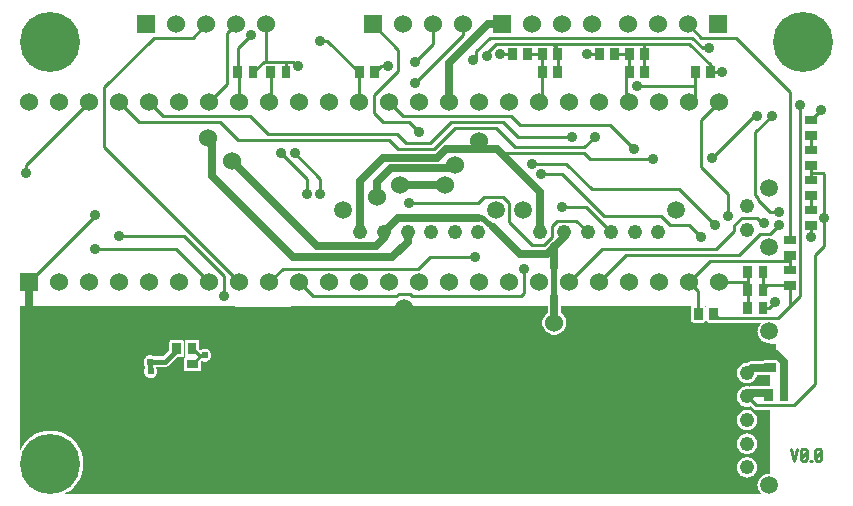
<source format=gbr>
G04 start of page 2 for group 0 idx 0 *
G04 Title: control, top *
G04 Creator: pcb 20140316 *
G04 CreationDate: Thu 08 Jun 2017 03:46:08 AM GMT UTC *
G04 For: brian *
G04 Format: Gerber/RS-274X *
G04 PCB-Dimensions (mil): 6000.00 5000.00 *
G04 PCB-Coordinate-Origin: lower left *
%MOIN*%
%FSLAX25Y25*%
%LNTOP*%
%ADD28C,0.1770*%
%ADD27C,0.0437*%
%ADD26C,0.0279*%
%ADD25C,0.0380*%
%ADD24C,0.0350*%
%ADD23C,0.0118*%
%ADD22C,0.0360*%
%ADD21C,0.0238*%
%ADD20R,0.0295X0.0295*%
%ADD19C,0.2000*%
%ADD18C,0.0597*%
%ADD17C,0.0480*%
%ADD16C,0.0600*%
%ADD15C,0.0200*%
%ADD14C,0.0250*%
%ADD13C,0.0100*%
%ADD12C,0.0150*%
%ADD11C,0.0001*%
G54D11*G36*
X151200Y118400D02*Y129100D01*
X176700D01*
Y118400D01*
X151200D01*
G37*
G36*
X139100D02*X130200D01*
Y124700D01*
X139100D01*
Y118400D01*
G37*
G36*
X323212Y96029D02*X323217Y96029D01*
X323750Y96071D01*
X324270Y96196D01*
X324317Y96215D01*
X325052Y95481D01*
X325090Y95436D01*
X325270Y95283D01*
X325471Y95159D01*
X325689Y95069D01*
X325919Y95014D01*
X326154Y94995D01*
X326213Y95000D01*
X331000D01*
Y73665D01*
X330484Y73706D01*
X329890Y73659D01*
X329311Y73520D01*
X328760Y73292D01*
X328252Y72981D01*
X327799Y72594D01*
X327412Y72141D01*
X327101Y71633D01*
X326873Y71082D01*
X326734Y70503D01*
X326687Y69909D01*
X326734Y69315D01*
X326873Y68736D01*
X327101Y68185D01*
X327412Y67677D01*
X327799Y67224D01*
X328062Y67000D01*
X323212D01*
Y72407D01*
X323217Y72407D01*
X323750Y72449D01*
X324270Y72574D01*
X324764Y72778D01*
X325220Y73058D01*
X325627Y73405D01*
X325974Y73812D01*
X326254Y74268D01*
X326458Y74762D01*
X326583Y75282D01*
X326614Y75815D01*
X326583Y76348D01*
X326458Y76868D01*
X326254Y77362D01*
X325974Y77818D01*
X325627Y78225D01*
X325220Y78572D01*
X324764Y78852D01*
X324270Y79056D01*
X323750Y79181D01*
X323217Y79223D01*
X323212Y79223D01*
Y80281D01*
X323217Y80281D01*
X323750Y80323D01*
X324270Y80448D01*
X324764Y80652D01*
X325220Y80932D01*
X325627Y81279D01*
X325974Y81686D01*
X326254Y82142D01*
X326458Y82636D01*
X326583Y83156D01*
X326614Y83689D01*
X326583Y84222D01*
X326458Y84742D01*
X326254Y85236D01*
X325974Y85692D01*
X325627Y86099D01*
X325220Y86446D01*
X324764Y86726D01*
X324270Y86930D01*
X323750Y87055D01*
X323217Y87097D01*
X323212Y87097D01*
Y88155D01*
X323217Y88155D01*
X323750Y88197D01*
X324270Y88322D01*
X324764Y88526D01*
X325220Y88806D01*
X325627Y89153D01*
X325974Y89560D01*
X326254Y90016D01*
X326458Y90510D01*
X326583Y91030D01*
X326614Y91563D01*
X326583Y92096D01*
X326458Y92616D01*
X326254Y93110D01*
X325974Y93566D01*
X325627Y93973D01*
X325220Y94320D01*
X324764Y94600D01*
X324270Y94804D01*
X323750Y94929D01*
X323217Y94971D01*
X323212Y94971D01*
Y96029D01*
G37*
G36*
Y103903D02*X323217Y103903D01*
X323750Y103945D01*
X324270Y104070D01*
X324764Y104274D01*
X325220Y104554D01*
X325627Y104901D01*
X325974Y105308D01*
X326254Y105764D01*
X326458Y106258D01*
X326562Y106691D01*
X328399D01*
X328442Y106653D01*
X328577Y106571D01*
X328722Y106511D01*
X328875Y106474D01*
X329032Y106465D01*
X331000Y106469D01*
Y102965D01*
X328808Y102959D01*
X328655Y102922D01*
X328510Y102862D01*
X328375Y102780D01*
X328341Y102750D01*
X324280D01*
X324032Y102735D01*
X323750Y102803D01*
X323217Y102845D01*
X323212Y102845D01*
Y103903D01*
G37*
G36*
Y124000D02*X328062D01*
X327799Y123776D01*
X327412Y123323D01*
X327101Y122815D01*
X326873Y122264D01*
X326734Y121685D01*
X326687Y121091D01*
X326734Y120497D01*
X326873Y119918D01*
X327101Y119367D01*
X327412Y118859D01*
X327799Y118406D01*
X328252Y118019D01*
X328760Y117708D01*
X329311Y117480D01*
X329890Y117341D01*
X330484Y117294D01*
X331000Y117335D01*
Y116531D01*
X328875Y116526D01*
X328722Y116489D01*
X328577Y116429D01*
X328442Y116347D01*
X328323Y116244D01*
X328220Y116125D01*
X328138Y115990D01*
X328078Y115845D01*
X328041Y115692D01*
X328032Y115535D01*
X328041Y112426D01*
X328078Y112273D01*
X328138Y112128D01*
X328220Y111993D01*
X328323Y111874D01*
X328442Y111771D01*
X328577Y111689D01*
X328722Y111629D01*
X328875Y111592D01*
X329032Y111583D01*
X329819Y111585D01*
X329975Y111489D01*
X330165Y111411D01*
X328875Y111408D01*
X328722Y111371D01*
X328577Y111311D01*
X328442Y111229D01*
X328398Y111191D01*
X324935D01*
X324847Y111198D01*
X324494Y111170D01*
X324149Y111087D01*
X323822Y110952D01*
X323520Y110767D01*
X323520Y110767D01*
X323443Y110701D01*
X323217Y110719D01*
X323212Y110719D01*
Y124000D01*
G37*
G36*
X249797Y129500D02*X256750D01*
Y127312D01*
X256642Y127246D01*
X256163Y126837D01*
X255754Y126358D01*
X255425Y125822D01*
X255184Y125240D01*
X255037Y124628D01*
X254988Y124000D01*
X255037Y123372D01*
X255184Y122760D01*
X255425Y122178D01*
X255754Y121642D01*
X256163Y121163D01*
X256642Y120754D01*
X257178Y120425D01*
X257760Y120184D01*
X258372Y120037D01*
X259000Y119988D01*
X259628Y120037D01*
X260240Y120184D01*
X260822Y120425D01*
X261358Y120754D01*
X261837Y121163D01*
X262246Y121642D01*
X262575Y122178D01*
X262816Y122760D01*
X262963Y123372D01*
X263000Y124000D01*
X262963Y124628D01*
X262816Y125240D01*
X262575Y125822D01*
X262246Y126358D01*
X261837Y126837D01*
X261358Y127246D01*
X261250Y127312D01*
Y129500D01*
X304618D01*
X304571Y129423D01*
X304511Y129278D01*
X304474Y129125D01*
X304465Y128968D01*
X304474Y124875D01*
X304511Y124722D01*
X304571Y124577D01*
X304653Y124442D01*
X304756Y124323D01*
X304875Y124220D01*
X305010Y124138D01*
X305155Y124078D01*
X305308Y124041D01*
X305465Y124032D01*
X308574Y124041D01*
X308727Y124078D01*
X308872Y124138D01*
X309007Y124220D01*
X309126Y124323D01*
X309229Y124442D01*
X309311Y124577D01*
X309371Y124722D01*
X309408Y124875D01*
X309417Y125032D01*
X309408Y129125D01*
X309371Y129278D01*
X309311Y129423D01*
X309264Y129500D01*
X309736D01*
X309689Y129423D01*
X309629Y129278D01*
X309592Y129125D01*
X309583Y128968D01*
X309592Y124875D01*
X309629Y124722D01*
X309689Y124577D01*
X309771Y124442D01*
X309874Y124323D01*
X309993Y124220D01*
X310128Y124138D01*
X310273Y124078D01*
X310426Y124041D01*
X310583Y124032D01*
X313216Y124040D01*
X313324Y124014D01*
X313559Y123995D01*
X313618Y124000D01*
X323212D01*
Y110719D01*
X322684Y110677D01*
X322164Y110552D01*
X321670Y110348D01*
X321214Y110068D01*
X320807Y109721D01*
X320460Y109314D01*
X320180Y108858D01*
X319976Y108364D01*
X319851Y107844D01*
X319809Y107311D01*
X319851Y106778D01*
X319976Y106258D01*
X320180Y105764D01*
X320460Y105308D01*
X320807Y104901D01*
X321214Y104554D01*
X321670Y104274D01*
X322164Y104070D01*
X322684Y103945D01*
X323212Y103903D01*
Y102845D01*
X322684Y102803D01*
X322164Y102678D01*
X321670Y102474D01*
X321214Y102194D01*
X320807Y101847D01*
X320460Y101440D01*
X320180Y100984D01*
X319976Y100490D01*
X319851Y99970D01*
X319809Y99437D01*
X319851Y98904D01*
X319976Y98384D01*
X320180Y97890D01*
X320460Y97434D01*
X320807Y97027D01*
X321214Y96680D01*
X321670Y96400D01*
X322164Y96196D01*
X322684Y96071D01*
X323212Y96029D01*
Y94971D01*
X322684Y94929D01*
X322164Y94804D01*
X321670Y94600D01*
X321214Y94320D01*
X320807Y93973D01*
X320460Y93566D01*
X320180Y93110D01*
X319976Y92616D01*
X319851Y92096D01*
X319809Y91563D01*
X319851Y91030D01*
X319976Y90510D01*
X320180Y90016D01*
X320460Y89560D01*
X320807Y89153D01*
X321214Y88806D01*
X321670Y88526D01*
X322164Y88322D01*
X322684Y88197D01*
X323212Y88155D01*
Y87097D01*
X322684Y87055D01*
X322164Y86930D01*
X321670Y86726D01*
X321214Y86446D01*
X320807Y86099D01*
X320460Y85692D01*
X320180Y85236D01*
X319976Y84742D01*
X319851Y84222D01*
X319809Y83689D01*
X319851Y83156D01*
X319976Y82636D01*
X320180Y82142D01*
X320460Y81686D01*
X320807Y81279D01*
X321214Y80932D01*
X321670Y80652D01*
X322164Y80448D01*
X322684Y80323D01*
X323212Y80281D01*
Y79223D01*
X322684Y79181D01*
X322164Y79056D01*
X321670Y78852D01*
X321214Y78572D01*
X320807Y78225D01*
X320460Y77818D01*
X320180Y77362D01*
X319976Y76868D01*
X319851Y76348D01*
X319809Y75815D01*
X319851Y75282D01*
X319976Y74762D01*
X320180Y74268D01*
X320460Y73812D01*
X320807Y73405D01*
X321214Y73058D01*
X321670Y72778D01*
X322164Y72574D01*
X322684Y72449D01*
X323212Y72407D01*
Y67000D01*
X249797D01*
Y73103D01*
X249800Y73103D01*
X250144Y73130D01*
X250479Y73210D01*
X250798Y73342D01*
X251092Y73522D01*
X251354Y73746D01*
X251578Y74008D01*
X251758Y74302D01*
X251890Y74621D01*
X251970Y74956D01*
X251991Y75300D01*
X251970Y75644D01*
X251890Y75979D01*
X251758Y76298D01*
X251578Y76592D01*
X251354Y76854D01*
X251092Y77078D01*
X250798Y77258D01*
X250479Y77390D01*
X250144Y77470D01*
X249800Y77497D01*
X249797Y77497D01*
Y129500D01*
G37*
G36*
X235697D02*X249797D01*
Y77497D01*
X249456Y77470D01*
X249121Y77390D01*
X248802Y77258D01*
X248508Y77078D01*
X248246Y76854D01*
X248022Y76592D01*
X247842Y76298D01*
X247710Y75979D01*
X247630Y75644D01*
X247603Y75300D01*
X247630Y74956D01*
X247710Y74621D01*
X247842Y74302D01*
X248022Y74008D01*
X248246Y73746D01*
X248508Y73522D01*
X248802Y73342D01*
X249121Y73210D01*
X249456Y73130D01*
X249797Y73103D01*
Y67000D01*
X244896D01*
X244998Y67042D01*
X245292Y67222D01*
X245554Y67446D01*
X245778Y67708D01*
X245958Y68002D01*
X246090Y68321D01*
X246170Y68656D01*
X246191Y69000D01*
X246170Y69344D01*
X246090Y69679D01*
X245958Y69998D01*
X245778Y70292D01*
X245554Y70554D01*
X245382Y70700D01*
X245554Y70846D01*
X245778Y71108D01*
X245958Y71402D01*
X246090Y71721D01*
X246170Y72056D01*
X246191Y72400D01*
X246170Y72744D01*
X246090Y73079D01*
X245958Y73398D01*
X245778Y73692D01*
X245554Y73954D01*
X245292Y74178D01*
X244998Y74358D01*
X244679Y74490D01*
X244344Y74570D01*
X244000Y74597D01*
X243656Y74570D01*
X243321Y74490D01*
X243002Y74358D01*
X242708Y74178D01*
X242446Y73954D01*
X242222Y73692D01*
X242042Y73398D01*
X241910Y73079D01*
X241830Y72744D01*
X241803Y72400D01*
X241830Y72056D01*
X241910Y71721D01*
X242042Y71402D01*
X242222Y71108D01*
X242446Y70846D01*
X242618Y70700D01*
X242446Y70554D01*
X242222Y70292D01*
X242042Y69998D01*
X241910Y69679D01*
X241830Y69344D01*
X241803Y69000D01*
X241830Y68656D01*
X241910Y68321D01*
X242042Y68002D01*
X242222Y67708D01*
X242446Y67446D01*
X242708Y67222D01*
X243002Y67042D01*
X243104Y67000D01*
X235697D01*
Y67203D01*
X235700Y67203D01*
X236044Y67230D01*
X236379Y67310D01*
X236698Y67442D01*
X236992Y67622D01*
X237254Y67846D01*
X237478Y68108D01*
X237658Y68402D01*
X237790Y68721D01*
X237870Y69056D01*
X237891Y69400D01*
X237870Y69744D01*
X237790Y70079D01*
X237658Y70398D01*
X237478Y70692D01*
X237254Y70954D01*
X236992Y71178D01*
X236698Y71358D01*
X236379Y71490D01*
X236044Y71570D01*
X235700Y71597D01*
X235697Y71597D01*
Y83864D01*
X235792Y83922D01*
X236054Y84146D01*
X236278Y84408D01*
X236458Y84702D01*
X236500Y84804D01*
X236542Y84702D01*
X236722Y84408D01*
X236946Y84146D01*
X237208Y83922D01*
X237502Y83742D01*
X237821Y83610D01*
X238156Y83530D01*
X238500Y83503D01*
X238844Y83530D01*
X239179Y83610D01*
X239498Y83742D01*
X239792Y83922D01*
X240054Y84146D01*
X240278Y84408D01*
X240400Y84608D01*
X240522Y84408D01*
X240746Y84146D01*
X241008Y83922D01*
X241302Y83742D01*
X241621Y83610D01*
X241956Y83530D01*
X242300Y83503D01*
X242644Y83530D01*
X242979Y83610D01*
X243298Y83742D01*
X243592Y83922D01*
X243854Y84146D01*
X244078Y84408D01*
X244258Y84702D01*
X244300Y84804D01*
X244342Y84702D01*
X244522Y84408D01*
X244746Y84146D01*
X245008Y83922D01*
X245302Y83742D01*
X245621Y83610D01*
X245956Y83530D01*
X246300Y83503D01*
X246644Y83530D01*
X246979Y83610D01*
X247298Y83742D01*
X247592Y83922D01*
X247854Y84146D01*
X248078Y84408D01*
X248258Y84702D01*
X248390Y85021D01*
X248470Y85356D01*
X248491Y85700D01*
X248470Y86044D01*
X248390Y86379D01*
X248258Y86698D01*
X248078Y86992D01*
X247854Y87254D01*
X247592Y87478D01*
X247298Y87658D01*
X246979Y87790D01*
X246644Y87870D01*
X246300Y87897D01*
X245956Y87870D01*
X245621Y87790D01*
X245302Y87658D01*
X245008Y87478D01*
X244746Y87254D01*
X244522Y86992D01*
X244342Y86698D01*
X244300Y86596D01*
X244258Y86698D01*
X244078Y86992D01*
X243854Y87254D01*
X243592Y87478D01*
X243298Y87658D01*
X242979Y87790D01*
X242644Y87870D01*
X242300Y87897D01*
X241956Y87870D01*
X241621Y87790D01*
X241302Y87658D01*
X241008Y87478D01*
X240746Y87254D01*
X240522Y86992D01*
X240400Y86792D01*
X240278Y86992D01*
X240054Y87254D01*
X239792Y87478D01*
X239498Y87658D01*
X239179Y87790D01*
X238844Y87870D01*
X238500Y87897D01*
X238156Y87870D01*
X237821Y87790D01*
X237502Y87658D01*
X237208Y87478D01*
X236946Y87254D01*
X236722Y86992D01*
X236542Y86698D01*
X236500Y86596D01*
X236458Y86698D01*
X236278Y86992D01*
X236054Y87254D01*
X235792Y87478D01*
X235697Y87536D01*
Y129500D01*
G37*
G36*
X233397Y83807D02*X233502Y83742D01*
X233821Y83610D01*
X234156Y83530D01*
X234500Y83503D01*
X234844Y83530D01*
X235179Y83610D01*
X235498Y83742D01*
X235697Y83864D01*
Y71597D01*
X235356Y71570D01*
X235021Y71490D01*
X234702Y71358D01*
X234408Y71178D01*
X234146Y70954D01*
X233922Y70692D01*
X233742Y70398D01*
X233610Y70079D01*
X233530Y69744D01*
X233503Y69400D01*
X233530Y69056D01*
X233610Y68721D01*
X233742Y68402D01*
X233922Y68108D01*
X234146Y67846D01*
X234408Y67622D01*
X234702Y67442D01*
X235021Y67310D01*
X235356Y67230D01*
X235697Y67203D01*
Y67000D01*
X233397D01*
Y78603D01*
X233400Y78603D01*
X233744Y78630D01*
X234079Y78710D01*
X234398Y78842D01*
X234692Y79022D01*
X234954Y79246D01*
X235178Y79508D01*
X235358Y79802D01*
X235490Y80121D01*
X235570Y80456D01*
X235591Y80800D01*
X235570Y81144D01*
X235490Y81479D01*
X235358Y81798D01*
X235178Y82092D01*
X234954Y82354D01*
X234692Y82578D01*
X234398Y82758D01*
X234079Y82890D01*
X233744Y82970D01*
X233400Y82997D01*
X233397Y82997D01*
Y83807D01*
G37*
G36*
Y129500D02*X235697D01*
Y87536D01*
X235498Y87658D01*
X235179Y87790D01*
X234844Y87870D01*
X234500Y87897D01*
X234156Y87870D01*
X233821Y87790D01*
X233502Y87658D01*
X233397Y87593D01*
Y129500D01*
G37*
G36*
X226697D02*X233397D01*
Y87593D01*
X233208Y87478D01*
X232946Y87254D01*
X232722Y86992D01*
X232542Y86698D01*
X232410Y86379D01*
X232330Y86044D01*
X232303Y85700D01*
X232330Y85356D01*
X232410Y85021D01*
X232542Y84702D01*
X232722Y84408D01*
X232946Y84146D01*
X233208Y83922D01*
X233397Y83807D01*
Y82997D01*
X233056Y82970D01*
X232721Y82890D01*
X232402Y82758D01*
X232108Y82578D01*
X231846Y82354D01*
X231622Y82092D01*
X231442Y81798D01*
X231310Y81479D01*
X231230Y81144D01*
X231203Y80800D01*
X231230Y80456D01*
X231310Y80121D01*
X231442Y79802D01*
X231622Y79508D01*
X231846Y79246D01*
X232108Y79022D01*
X232402Y78842D01*
X232721Y78710D01*
X233056Y78630D01*
X233397Y78603D01*
Y67000D01*
X226697D01*
Y67203D01*
X226700Y67203D01*
X227044Y67230D01*
X227379Y67310D01*
X227698Y67442D01*
X227992Y67622D01*
X228254Y67846D01*
X228478Y68108D01*
X228658Y68402D01*
X228790Y68721D01*
X228870Y69056D01*
X228891Y69400D01*
X228870Y69744D01*
X228790Y70079D01*
X228658Y70398D01*
X228478Y70692D01*
X228254Y70954D01*
X227992Y71178D01*
X227698Y71358D01*
X227379Y71490D01*
X227044Y71570D01*
X226700Y71597D01*
X226697Y71597D01*
Y72903D01*
X226700Y72903D01*
X227044Y72930D01*
X227379Y73010D01*
X227698Y73142D01*
X227992Y73322D01*
X228254Y73546D01*
X228478Y73808D01*
X228658Y74102D01*
X228790Y74421D01*
X228870Y74756D01*
X228891Y75100D01*
X228870Y75444D01*
X228790Y75779D01*
X228658Y76098D01*
X228478Y76392D01*
X228254Y76654D01*
X227992Y76878D01*
X227698Y77058D01*
X227379Y77190D01*
X227044Y77270D01*
X226700Y77297D01*
X226697Y77297D01*
Y79314D01*
X226822Y79108D01*
X227046Y78846D01*
X227308Y78622D01*
X227602Y78442D01*
X227921Y78310D01*
X228256Y78230D01*
X228600Y78203D01*
X228944Y78230D01*
X229279Y78310D01*
X229598Y78442D01*
X229892Y78622D01*
X230154Y78846D01*
X230378Y79108D01*
X230558Y79402D01*
X230690Y79721D01*
X230770Y80056D01*
X230791Y80400D01*
X230770Y80744D01*
X230690Y81079D01*
X230558Y81398D01*
X230378Y81692D01*
X230154Y81954D01*
X229892Y82178D01*
X229598Y82358D01*
X229279Y82490D01*
X228944Y82570D01*
X228600Y82597D01*
X228256Y82570D01*
X227921Y82490D01*
X227602Y82358D01*
X227308Y82178D01*
X227046Y81954D01*
X226822Y81692D01*
X226697Y81486D01*
Y129500D01*
G37*
G36*
X186497D02*X226697D01*
Y81486D01*
X226642Y81398D01*
X226510Y81079D01*
X226430Y80744D01*
X226403Y80400D01*
X226430Y80056D01*
X226510Y79721D01*
X226642Y79402D01*
X226697Y79314D01*
Y77297D01*
X226356Y77270D01*
X226021Y77190D01*
X225702Y77058D01*
X225408Y76878D01*
X225146Y76654D01*
X224922Y76392D01*
X224742Y76098D01*
X224610Y75779D01*
X224530Y75444D01*
X224503Y75100D01*
X224530Y74756D01*
X224610Y74421D01*
X224742Y74102D01*
X224922Y73808D01*
X225146Y73546D01*
X225408Y73322D01*
X225702Y73142D01*
X226021Y73010D01*
X226356Y72930D01*
X226697Y72903D01*
Y71597D01*
X226356Y71570D01*
X226021Y71490D01*
X225702Y71358D01*
X225408Y71178D01*
X225146Y70954D01*
X224922Y70692D01*
X224742Y70398D01*
X224610Y70079D01*
X224530Y69744D01*
X224503Y69400D01*
X224530Y69056D01*
X224610Y68721D01*
X224742Y68402D01*
X224922Y68108D01*
X225146Y67846D01*
X225408Y67622D01*
X225702Y67442D01*
X226021Y67310D01*
X226356Y67230D01*
X226697Y67203D01*
Y67000D01*
X186497D01*
Y111103D01*
X186721Y111010D01*
X187056Y110930D01*
X187400Y110903D01*
X187744Y110930D01*
X188079Y111010D01*
X188398Y111142D01*
X188692Y111322D01*
X188954Y111546D01*
X189178Y111808D01*
X189358Y112102D01*
X189490Y112421D01*
X189570Y112756D01*
X189590Y113100D01*
X189570Y113444D01*
X189490Y113779D01*
X189462Y113845D01*
X189698Y113942D01*
X189992Y114122D01*
X190254Y114346D01*
X190478Y114608D01*
X190658Y114902D01*
X190790Y115221D01*
X190870Y115556D01*
X190890Y115900D01*
X190870Y116244D01*
X190790Y116579D01*
X190658Y116898D01*
X190478Y117192D01*
X190300Y117400D01*
X190478Y117608D01*
X190658Y117902D01*
X190790Y118221D01*
X190870Y118556D01*
X190890Y118900D01*
X190870Y119244D01*
X190790Y119579D01*
X190658Y119898D01*
X190478Y120192D01*
X190254Y120454D01*
X189992Y120678D01*
X189698Y120858D01*
X189379Y120990D01*
X189044Y121070D01*
X188700Y121097D01*
X188356Y121070D01*
X188021Y120990D01*
X187702Y120858D01*
X187408Y120678D01*
X187146Y120454D01*
X186922Y120192D01*
X186742Y119898D01*
X186610Y119579D01*
X186530Y119244D01*
X186503Y118900D01*
X186530Y118556D01*
X186610Y118221D01*
X186742Y117902D01*
X186922Y117608D01*
X187100Y117400D01*
X186922Y117192D01*
X186742Y116898D01*
X186610Y116579D01*
X186530Y116244D01*
X186503Y115900D01*
X186530Y115556D01*
X186610Y115221D01*
X186638Y115155D01*
X186497Y115097D01*
Y129500D01*
G37*
G36*
X159697Y118511D02*X159800Y118503D01*
X160144Y118530D01*
X160479Y118610D01*
X160798Y118742D01*
X161092Y118922D01*
X161350Y119143D01*
X161608Y118922D01*
X161902Y118742D01*
X162221Y118610D01*
X162556Y118530D01*
X162900Y118503D01*
X163244Y118530D01*
X163579Y118610D01*
X163898Y118742D01*
X164192Y118922D01*
X164400Y119100D01*
X164446Y119046D01*
X164708Y118822D01*
X165002Y118642D01*
X165321Y118510D01*
X165656Y118430D01*
X166000Y118403D01*
X166344Y118430D01*
X166679Y118510D01*
X166998Y118642D01*
X167292Y118822D01*
X167554Y119046D01*
X167778Y119308D01*
X167958Y119602D01*
X168090Y119921D01*
X168170Y120256D01*
X168190Y120600D01*
X168170Y120944D01*
X168090Y121279D01*
X167958Y121598D01*
X167778Y121892D01*
X167554Y122154D01*
X167292Y122378D01*
X166998Y122558D01*
X166679Y122690D01*
X166344Y122770D01*
X166000Y122797D01*
X165656Y122770D01*
X165321Y122690D01*
X165002Y122558D01*
X164708Y122378D01*
X164500Y122200D01*
X164454Y122254D01*
X164192Y122478D01*
X163898Y122658D01*
X163579Y122790D01*
X163244Y122870D01*
X162900Y122897D01*
X162556Y122870D01*
X162221Y122790D01*
X161902Y122658D01*
X161608Y122478D01*
X161350Y122257D01*
X161092Y122478D01*
X160798Y122658D01*
X160479Y122790D01*
X160144Y122870D01*
X159800Y122897D01*
X159697Y122889D01*
Y125720D01*
X159721Y125710D01*
X160056Y125630D01*
X160400Y125603D01*
X160744Y125630D01*
X161079Y125710D01*
X161398Y125842D01*
X161692Y126022D01*
X161950Y126243D01*
X162208Y126022D01*
X162502Y125842D01*
X162821Y125710D01*
X163156Y125630D01*
X163500Y125603D01*
X163844Y125630D01*
X164179Y125710D01*
X164498Y125842D01*
X164792Y126022D01*
X165050Y126243D01*
X165308Y126022D01*
X165602Y125842D01*
X165921Y125710D01*
X166256Y125630D01*
X166600Y125603D01*
X166944Y125630D01*
X167279Y125710D01*
X167598Y125842D01*
X167892Y126022D01*
X168150Y126243D01*
X168408Y126022D01*
X168702Y125842D01*
X169012Y125714D01*
X168822Y125492D01*
X168642Y125198D01*
X168510Y124879D01*
X168430Y124544D01*
X168403Y124200D01*
X168430Y123856D01*
X168510Y123521D01*
X168642Y123202D01*
X168822Y122908D01*
X169046Y122646D01*
X169308Y122422D01*
X169602Y122242D01*
X169921Y122110D01*
X170256Y122030D01*
X170600Y122003D01*
X170944Y122030D01*
X171279Y122110D01*
X171598Y122242D01*
X171892Y122422D01*
X172010Y122523D01*
X172010Y122521D01*
X172142Y122202D01*
X172322Y121908D01*
X172546Y121646D01*
X172808Y121422D01*
X173102Y121242D01*
X173421Y121110D01*
X173756Y121030D01*
X174100Y121003D01*
X174444Y121030D01*
X174779Y121110D01*
X175098Y121242D01*
X175392Y121422D01*
X175654Y121646D01*
X175878Y121908D01*
X176058Y122202D01*
X176190Y122521D01*
X176270Y122856D01*
X176290Y123200D01*
X176270Y123544D01*
X176190Y123879D01*
X176058Y124198D01*
X175878Y124492D01*
X175654Y124754D01*
X175392Y124978D01*
X175098Y125158D01*
X174779Y125290D01*
X174444Y125370D01*
X174100Y125397D01*
X173756Y125370D01*
X173421Y125290D01*
X173102Y125158D01*
X172808Y124978D01*
X172690Y124877D01*
X172690Y124879D01*
X172558Y125198D01*
X172378Y125492D01*
X172154Y125754D01*
X171892Y125978D01*
X171598Y126158D01*
X171288Y126286D01*
X171478Y126508D01*
X171658Y126802D01*
X171790Y127121D01*
X171870Y127456D01*
X171890Y127800D01*
X171870Y128144D01*
X171790Y128479D01*
X171658Y128798D01*
X171478Y129092D01*
X171254Y129354D01*
X171082Y129500D01*
X186497D01*
Y115097D01*
X186402Y115058D01*
X186108Y114878D01*
X185846Y114654D01*
X185800Y114600D01*
X185592Y114778D01*
X185298Y114958D01*
X184979Y115090D01*
X184644Y115170D01*
X184300Y115197D01*
X183956Y115170D01*
X183621Y115090D01*
X183302Y114958D01*
X183008Y114778D01*
X182746Y114554D01*
X182522Y114292D01*
X182342Y113998D01*
X182210Y113679D01*
X182130Y113344D01*
X182103Y113000D01*
X182130Y112656D01*
X182210Y112321D01*
X182342Y112002D01*
X182522Y111708D01*
X182746Y111446D01*
X183008Y111222D01*
X183302Y111042D01*
X183621Y110910D01*
X183956Y110830D01*
X184300Y110803D01*
X184644Y110830D01*
X184979Y110910D01*
X185298Y111042D01*
X185592Y111222D01*
X185854Y111446D01*
X185900Y111500D01*
X186108Y111322D01*
X186402Y111142D01*
X186497Y111103D01*
Y67000D01*
X159697D01*
Y103651D01*
X159722Y103608D01*
X159946Y103346D01*
X160208Y103122D01*
X160502Y102942D01*
X160821Y102810D01*
X161156Y102730D01*
X161500Y102703D01*
X161844Y102730D01*
X162179Y102810D01*
X162498Y102942D01*
X162792Y103122D01*
X163054Y103346D01*
X163278Y103608D01*
X163458Y103902D01*
X163479Y103954D01*
X163542Y103802D01*
X163722Y103508D01*
X163946Y103246D01*
X164208Y103022D01*
X164502Y102842D01*
X164821Y102710D01*
X165156Y102630D01*
X165500Y102603D01*
X165844Y102630D01*
X166179Y102710D01*
X166498Y102842D01*
X166792Y103022D01*
X167054Y103246D01*
X167278Y103508D01*
X167458Y103802D01*
X167590Y104121D01*
X167670Y104456D01*
X167690Y104800D01*
X167670Y105144D01*
X167590Y105479D01*
X167458Y105798D01*
X167278Y106092D01*
X167054Y106354D01*
X166792Y106578D01*
X166498Y106758D01*
X166179Y106890D01*
X165844Y106970D01*
X165500Y106997D01*
X165156Y106970D01*
X164821Y106890D01*
X164502Y106758D01*
X164208Y106578D01*
X163946Y106354D01*
X163722Y106092D01*
X163542Y105798D01*
X163521Y105746D01*
X163458Y105898D01*
X163278Y106192D01*
X163054Y106454D01*
X162792Y106678D01*
X162498Y106858D01*
X162179Y106990D01*
X161844Y107070D01*
X161500Y107097D01*
X161156Y107070D01*
X160821Y106990D01*
X160502Y106858D01*
X160208Y106678D01*
X159946Y106454D01*
X159722Y106192D01*
X159697Y106149D01*
Y111003D01*
X159700Y111003D01*
X160044Y111030D01*
X160379Y111110D01*
X160698Y111242D01*
X160992Y111422D01*
X161254Y111646D01*
X161478Y111908D01*
X161658Y112202D01*
X161790Y112521D01*
X161870Y112856D01*
X161890Y113200D01*
X161870Y113544D01*
X161790Y113879D01*
X161658Y114198D01*
X161478Y114492D01*
X161254Y114754D01*
X160992Y114978D01*
X160698Y115158D01*
X160379Y115290D01*
X160044Y115370D01*
X159700Y115397D01*
X159697Y115397D01*
Y118511D01*
G37*
G36*
Y122889D02*X159456Y122870D01*
X159121Y122790D01*
X158802Y122658D01*
X158508Y122478D01*
X158250Y122257D01*
X157992Y122478D01*
X157698Y122658D01*
X157379Y122790D01*
X157044Y122870D01*
X156700Y122897D01*
X156356Y122870D01*
X156090Y122806D01*
X156178Y122908D01*
X156358Y123202D01*
X156490Y123521D01*
X156570Y123856D01*
X156590Y124200D01*
X156570Y124544D01*
X156490Y124879D01*
X156358Y125198D01*
X156178Y125492D01*
X155954Y125754D01*
X155692Y125978D01*
X155428Y126139D01*
X155554Y126246D01*
X155650Y126359D01*
X155746Y126246D01*
X156008Y126022D01*
X156302Y125842D01*
X156621Y125710D01*
X156956Y125630D01*
X157300Y125603D01*
X157644Y125630D01*
X157979Y125710D01*
X158298Y125842D01*
X158592Y126022D01*
X158850Y126243D01*
X159108Y126022D01*
X159402Y125842D01*
X159697Y125720D01*
Y122889D01*
G37*
G36*
X140011Y129500D02*X152618D01*
X152446Y129354D01*
X152222Y129092D01*
X152042Y128798D01*
X151910Y128479D01*
X151830Y128144D01*
X151803Y127800D01*
X151830Y127456D01*
X151910Y127121D01*
X152042Y126802D01*
X152222Y126508D01*
X152446Y126246D01*
X152708Y126022D01*
X152972Y125861D01*
X152846Y125754D01*
X152622Y125492D01*
X152442Y125198D01*
X152310Y124879D01*
X152230Y124544D01*
X152203Y124200D01*
X152230Y123856D01*
X152310Y123521D01*
X152442Y123202D01*
X152622Y122908D01*
X152749Y122760D01*
X152502Y122658D01*
X152208Y122478D01*
X151946Y122254D01*
X151722Y121992D01*
X151542Y121698D01*
X151410Y121379D01*
X151330Y121044D01*
X151303Y120700D01*
X151330Y120356D01*
X151410Y120021D01*
X151542Y119702D01*
X151722Y119408D01*
X151946Y119146D01*
X152208Y118922D01*
X152502Y118742D01*
X152821Y118610D01*
X153156Y118530D01*
X153500Y118503D01*
X153844Y118530D01*
X154179Y118610D01*
X154498Y118742D01*
X154792Y118922D01*
X155054Y119146D01*
X155100Y119201D01*
X155146Y119146D01*
X155408Y118922D01*
X155702Y118742D01*
X156021Y118610D01*
X156356Y118530D01*
X156700Y118503D01*
X157044Y118530D01*
X157379Y118610D01*
X157698Y118742D01*
X157992Y118922D01*
X158250Y119143D01*
X158508Y118922D01*
X158802Y118742D01*
X159121Y118610D01*
X159456Y118530D01*
X159697Y118511D01*
Y115397D01*
X159356Y115370D01*
X159021Y115290D01*
X158702Y115158D01*
X158408Y114978D01*
X158146Y114754D01*
X157922Y114492D01*
X157742Y114198D01*
X157610Y113879D01*
X157530Y113544D01*
X157503Y113200D01*
X157530Y112856D01*
X157610Y112521D01*
X157742Y112202D01*
X157922Y111908D01*
X158146Y111646D01*
X158408Y111422D01*
X158702Y111242D01*
X159021Y111110D01*
X159356Y111030D01*
X159697Y111003D01*
Y106149D01*
X159542Y105898D01*
X159500Y105796D01*
X159458Y105898D01*
X159278Y106192D01*
X159054Y106454D01*
X158792Y106678D01*
X158498Y106858D01*
X158179Y106990D01*
X157844Y107070D01*
X157500Y107097D01*
X157156Y107070D01*
X156821Y106990D01*
X156502Y106858D01*
X156208Y106678D01*
X155946Y106454D01*
X155722Y106192D01*
X155700Y106155D01*
X155678Y106192D01*
X155454Y106454D01*
X155192Y106678D01*
X154898Y106858D01*
X154579Y106990D01*
X154244Y107070D01*
X153900Y107097D01*
X153556Y107070D01*
X153221Y106990D01*
X152902Y106858D01*
X152608Y106678D01*
X152346Y106454D01*
X152122Y106192D01*
X151942Y105898D01*
X151810Y105579D01*
X151730Y105244D01*
X151703Y104900D01*
X151730Y104556D01*
X151810Y104221D01*
X151942Y103902D01*
X152122Y103608D01*
X152346Y103346D01*
X152608Y103122D01*
X152902Y102942D01*
X153221Y102810D01*
X153556Y102730D01*
X153900Y102703D01*
X154244Y102730D01*
X154579Y102810D01*
X154898Y102942D01*
X155192Y103122D01*
X155454Y103346D01*
X155678Y103608D01*
X155700Y103645D01*
X155722Y103608D01*
X155946Y103346D01*
X156208Y103122D01*
X156502Y102942D01*
X156821Y102810D01*
X157156Y102730D01*
X157500Y102703D01*
X157844Y102730D01*
X158179Y102810D01*
X158498Y102942D01*
X158792Y103122D01*
X159054Y103346D01*
X159278Y103608D01*
X159458Y103902D01*
X159500Y104004D01*
X159542Y103902D01*
X159697Y103651D01*
Y67000D01*
X140011D01*
Y93339D01*
X140321Y93210D01*
X140656Y93130D01*
X141000Y93103D01*
X141344Y93130D01*
X141679Y93210D01*
X141998Y93342D01*
X142292Y93522D01*
X142554Y93746D01*
X142778Y94008D01*
X142958Y94302D01*
X143090Y94621D01*
X143170Y94956D01*
X143190Y95300D01*
X143170Y95644D01*
X143090Y95979D01*
X142958Y96298D01*
X142778Y96592D01*
X142554Y96854D01*
X142292Y97078D01*
X141998Y97258D01*
X141679Y97390D01*
X141344Y97470D01*
X141000Y97497D01*
X140656Y97470D01*
X140321Y97390D01*
X140011Y97261D01*
Y102632D01*
X140208Y102633D01*
X140222Y102608D01*
X140446Y102346D01*
X140708Y102122D01*
X140789Y102073D01*
X140742Y101998D01*
X140610Y101679D01*
X140530Y101344D01*
X140503Y101000D01*
X140530Y100656D01*
X140610Y100321D01*
X140742Y100002D01*
X140922Y99708D01*
X141146Y99446D01*
X141408Y99222D01*
X141702Y99042D01*
X142021Y98910D01*
X142356Y98830D01*
X142700Y98803D01*
X143044Y98830D01*
X143379Y98910D01*
X143698Y99042D01*
X143992Y99222D01*
X144254Y99446D01*
X144478Y99708D01*
X144658Y100002D01*
X144790Y100321D01*
X144870Y100656D01*
X144878Y100780D01*
X145102Y100642D01*
X145421Y100510D01*
X145756Y100430D01*
X146100Y100403D01*
X146444Y100430D01*
X146779Y100510D01*
X147039Y100618D01*
X147110Y100321D01*
X147242Y100002D01*
X147422Y99708D01*
X147646Y99446D01*
X147908Y99222D01*
X148202Y99042D01*
X148521Y98910D01*
X148856Y98830D01*
X149200Y98803D01*
X149544Y98830D01*
X149818Y98896D01*
X149803Y98700D01*
X149830Y98356D01*
X149910Y98021D01*
X150042Y97702D01*
X150222Y97408D01*
X150446Y97146D01*
X150676Y96950D01*
X150446Y96754D01*
X150222Y96492D01*
X150042Y96198D01*
X149910Y95879D01*
X149830Y95544D01*
X149803Y95200D01*
X149830Y94856D01*
X149910Y94521D01*
X150042Y94202D01*
X150222Y93908D01*
X150446Y93646D01*
X150708Y93422D01*
X151002Y93242D01*
X151321Y93110D01*
X151656Y93030D01*
X152000Y93003D01*
X152344Y93030D01*
X152679Y93110D01*
X152998Y93242D01*
X153292Y93422D01*
X153554Y93646D01*
X153778Y93908D01*
X153958Y94202D01*
X154090Y94521D01*
X154170Y94856D01*
X154190Y95200D01*
X154170Y95544D01*
X154090Y95879D01*
X153958Y96198D01*
X153778Y96492D01*
X153554Y96754D01*
X153324Y96950D01*
X153554Y97146D01*
X153778Y97408D01*
X153958Y97702D01*
X154090Y98021D01*
X154170Y98356D01*
X154190Y98700D01*
X154170Y99044D01*
X154090Y99379D01*
X153958Y99698D01*
X153778Y99992D01*
X153554Y100254D01*
X153292Y100478D01*
X152998Y100658D01*
X152679Y100790D01*
X152344Y100870D01*
X152000Y100897D01*
X151656Y100870D01*
X151379Y100804D01*
X151390Y101000D01*
X151370Y101344D01*
X151290Y101679D01*
X151158Y101998D01*
X150978Y102292D01*
X150754Y102554D01*
X150492Y102778D01*
X150198Y102958D01*
X149879Y103090D01*
X149544Y103170D01*
X149200Y103197D01*
X148856Y103170D01*
X148521Y103090D01*
X148261Y102982D01*
X148190Y103279D01*
X148058Y103598D01*
X147878Y103892D01*
X147654Y104154D01*
X147392Y104378D01*
X147098Y104558D01*
X146779Y104690D01*
X146444Y104770D01*
X146100Y104797D01*
X145756Y104770D01*
X145421Y104690D01*
X145102Y104558D01*
X144808Y104378D01*
X144546Y104154D01*
X144322Y103892D01*
X144176Y103652D01*
X144190Y103900D01*
X144170Y104244D01*
X144090Y104579D01*
X143958Y104898D01*
X143778Y105192D01*
X143554Y105454D01*
X143292Y105678D01*
X142998Y105858D01*
X142679Y105990D01*
X142344Y106070D01*
X142000Y106097D01*
X141656Y106070D01*
X141361Y105999D01*
X141359Y106733D01*
X141322Y106886D01*
X141262Y107031D01*
X141180Y107166D01*
X141077Y107285D01*
X140958Y107388D01*
X140823Y107470D01*
X140678Y107530D01*
X140525Y107567D01*
X140368Y107576D01*
X140011Y107575D01*
Y107750D01*
X140525Y107751D01*
X140678Y107788D01*
X140823Y107848D01*
X140958Y107931D01*
X141077Y108033D01*
X141180Y108152D01*
X141262Y108287D01*
X141322Y108432D01*
X141359Y108585D01*
X141368Y108742D01*
X141361Y111140D01*
X141446Y111224D01*
X141721Y111110D01*
X142056Y111030D01*
X142400Y111003D01*
X142744Y111030D01*
X143079Y111110D01*
X143398Y111242D01*
X143692Y111422D01*
X143954Y111646D01*
X144178Y111908D01*
X144358Y112202D01*
X144490Y112521D01*
X144570Y112856D01*
X144590Y113200D01*
X144570Y113544D01*
X144490Y113879D01*
X144358Y114198D01*
X144178Y114492D01*
X143954Y114754D01*
X143692Y114978D01*
X143398Y115158D01*
X143079Y115290D01*
X142744Y115370D01*
X142400Y115397D01*
X142056Y115370D01*
X141721Y115290D01*
X141402Y115158D01*
X141108Y114978D01*
X141020Y114902D01*
X140690Y115231D01*
X140685Y117525D01*
X140648Y117678D01*
X140588Y117823D01*
X140506Y117958D01*
X140403Y118077D01*
X140284Y118180D01*
X140149Y118262D01*
X140011Y118319D01*
Y129500D01*
G37*
G36*
X133197D02*X140011D01*
Y118319D01*
X140004Y118322D01*
X139851Y118359D01*
X139694Y118368D01*
X136585Y118359D01*
X136432Y118322D01*
X136287Y118262D01*
X136152Y118180D01*
X136033Y118077D01*
X135931Y117958D01*
X135848Y117823D01*
X135788Y117678D01*
X135751Y117525D01*
X135742Y117368D01*
X135751Y113275D01*
X135788Y113122D01*
X135848Y112977D01*
X135931Y112842D01*
X136033Y112723D01*
X136121Y112648D01*
X135977Y112588D01*
X135842Y112506D01*
X135723Y112403D01*
X135620Y112284D01*
X135538Y112149D01*
X135478Y112004D01*
X135441Y111851D01*
X135432Y111694D01*
X135441Y108585D01*
X135478Y108432D01*
X135538Y108287D01*
X135620Y108152D01*
X135723Y108033D01*
X135842Y107931D01*
X135977Y107848D01*
X136122Y107788D01*
X136275Y107751D01*
X136432Y107742D01*
X140011Y107750D01*
Y107575D01*
X136275Y107567D01*
X136122Y107530D01*
X135977Y107470D01*
X135842Y107388D01*
X135723Y107285D01*
X135620Y107166D01*
X135538Y107031D01*
X135478Y106886D01*
X135441Y106733D01*
X135432Y106576D01*
X135441Y103467D01*
X135478Y103314D01*
X135538Y103169D01*
X135620Y103034D01*
X135723Y102915D01*
X135842Y102813D01*
X135977Y102730D01*
X136122Y102670D01*
X136275Y102633D01*
X136432Y102624D01*
X140011Y102632D01*
Y97261D01*
X140002Y97258D01*
X139708Y97078D01*
X139446Y96854D01*
X139222Y96592D01*
X139042Y96298D01*
X138910Y95979D01*
X138830Y95644D01*
X138803Y95300D01*
X138830Y94956D01*
X138910Y94621D01*
X139042Y94302D01*
X139222Y94008D01*
X139446Y93746D01*
X139708Y93522D01*
X140002Y93342D01*
X140011Y93339D01*
Y67000D01*
X133197D01*
Y79503D01*
X133200Y79503D01*
X133544Y79530D01*
X133879Y79610D01*
X134198Y79742D01*
X134492Y79922D01*
X134754Y80146D01*
X134978Y80408D01*
X135158Y80702D01*
X135290Y81021D01*
X135370Y81356D01*
X135390Y81700D01*
X135370Y82044D01*
X135290Y82379D01*
X135158Y82698D01*
X134978Y82992D01*
X134754Y83254D01*
X134492Y83478D01*
X134198Y83658D01*
X133879Y83790D01*
X133544Y83870D01*
X133200Y83897D01*
X133197Y83897D01*
Y96818D01*
X133308Y96722D01*
X133602Y96542D01*
X133921Y96410D01*
X134256Y96330D01*
X134600Y96303D01*
X134944Y96330D01*
X135279Y96410D01*
X135598Y96542D01*
X135892Y96722D01*
X136150Y96943D01*
X136408Y96722D01*
X136702Y96542D01*
X137021Y96410D01*
X137356Y96330D01*
X137700Y96303D01*
X138044Y96330D01*
X138379Y96410D01*
X138698Y96542D01*
X138992Y96722D01*
X139254Y96946D01*
X139478Y97208D01*
X139658Y97502D01*
X139790Y97821D01*
X139870Y98156D01*
X139890Y98500D01*
X139870Y98844D01*
X139790Y99179D01*
X139658Y99498D01*
X139478Y99792D01*
X139254Y100054D01*
X138992Y100278D01*
X138698Y100458D01*
X138379Y100590D01*
X138044Y100670D01*
X137700Y100697D01*
X137356Y100670D01*
X137021Y100590D01*
X136702Y100458D01*
X136408Y100278D01*
X136150Y100057D01*
X135892Y100278D01*
X135598Y100458D01*
X135279Y100590D01*
X134944Y100670D01*
X134600Y100697D01*
X134256Y100670D01*
X133921Y100590D01*
X133602Y100458D01*
X133308Y100278D01*
X133197Y100182D01*
Y112437D01*
X134733Y112441D01*
X134886Y112478D01*
X135031Y112538D01*
X135166Y112620D01*
X135285Y112723D01*
X135388Y112842D01*
X135470Y112977D01*
X135530Y113122D01*
X135567Y113275D01*
X135576Y113432D01*
X135567Y117525D01*
X135530Y117678D01*
X135470Y117823D01*
X135388Y117958D01*
X135285Y118077D01*
X135166Y118180D01*
X135031Y118262D01*
X134910Y118312D01*
X135078Y118508D01*
X135258Y118802D01*
X135390Y119121D01*
X135470Y119456D01*
X135490Y119800D01*
X135470Y120144D01*
X135411Y120389D01*
X135656Y120330D01*
X136000Y120303D01*
X136344Y120330D01*
X136679Y120410D01*
X136998Y120542D01*
X137292Y120722D01*
X137554Y120946D01*
X137778Y121208D01*
X137958Y121502D01*
X138090Y121821D01*
X138170Y122156D01*
X138190Y122500D01*
X138170Y122844D01*
X138090Y123179D01*
X137958Y123498D01*
X137778Y123792D01*
X137554Y124054D01*
X137292Y124278D01*
X136998Y124458D01*
X136679Y124590D01*
X136344Y124670D01*
X136000Y124697D01*
X135656Y124670D01*
X135321Y124590D01*
X135002Y124458D01*
X134708Y124278D01*
X134607Y124191D01*
X134498Y124258D01*
X134179Y124390D01*
X133844Y124470D01*
X133500Y124497D01*
X133197Y124473D01*
Y129500D01*
G37*
G36*
Y67000D02*X130147D01*
Y75640D01*
X130154Y75646D01*
X130378Y75908D01*
X130558Y76202D01*
X130690Y76521D01*
X130770Y76856D01*
X130790Y77200D01*
X130770Y77544D01*
X130690Y77879D01*
X130558Y78198D01*
X130378Y78492D01*
X130154Y78754D01*
X130147Y78760D01*
Y84440D01*
X130154Y84446D01*
X130378Y84708D01*
X130558Y85002D01*
X130690Y85321D01*
X130770Y85656D01*
X130790Y86000D01*
X130770Y86344D01*
X130690Y86679D01*
X130558Y86998D01*
X130378Y87292D01*
X130154Y87554D01*
X130147Y87560D01*
Y109532D01*
X130224Y109580D01*
X130433Y109759D01*
X130478Y109811D01*
X133103Y112436D01*
X133197Y112437D01*
Y100182D01*
X133046Y100054D01*
X132822Y99792D01*
X132642Y99498D01*
X132510Y99179D01*
X132430Y98844D01*
X132403Y98500D01*
X132430Y98156D01*
X132510Y97821D01*
X132642Y97502D01*
X132822Y97208D01*
X133046Y96946D01*
X133197Y96818D01*
Y83897D01*
X132856Y83870D01*
X132521Y83790D01*
X132202Y83658D01*
X131908Y83478D01*
X131646Y83254D01*
X131422Y82992D01*
X131242Y82698D01*
X131110Y82379D01*
X131030Y82044D01*
X131003Y81700D01*
X131030Y81356D01*
X131110Y81021D01*
X131242Y80702D01*
X131422Y80408D01*
X131646Y80146D01*
X131908Y79922D01*
X132202Y79742D01*
X132521Y79610D01*
X132856Y79530D01*
X133197Y79503D01*
Y67000D01*
G37*
G36*
X130147Y129500D02*X133197D01*
Y124473D01*
X133156Y124470D01*
X132821Y124390D01*
X132502Y124258D01*
X132208Y124078D01*
X131946Y123854D01*
X131722Y123592D01*
X131542Y123298D01*
X131410Y122979D01*
X131330Y122644D01*
X131303Y122300D01*
X131330Y121956D01*
X131410Y121621D01*
X131542Y121302D01*
X131609Y121193D01*
X131522Y121092D01*
X131342Y120798D01*
X131210Y120479D01*
X131130Y120144D01*
X131103Y119800D01*
X131130Y119456D01*
X131210Y119121D01*
X131342Y118802D01*
X131522Y118508D01*
X131650Y118359D01*
X131467Y118359D01*
X131314Y118322D01*
X131169Y118262D01*
X131034Y118180D01*
X130915Y118077D01*
X130813Y117958D01*
X130730Y117823D01*
X130670Y117678D01*
X130633Y117525D01*
X130624Y117368D01*
X130630Y114912D01*
X130147Y114429D01*
Y129500D01*
G37*
G36*
X108597D02*X130147D01*
Y114429D01*
X128467Y112750D01*
X125624D01*
X125592Y112778D01*
X125298Y112958D01*
X124979Y113090D01*
X124644Y113170D01*
X124300Y113197D01*
X123956Y113170D01*
X123621Y113090D01*
X123302Y112958D01*
X123008Y112778D01*
X122746Y112554D01*
X122522Y112292D01*
X122342Y111998D01*
X122210Y111679D01*
X122130Y111344D01*
X122103Y111000D01*
X122130Y110656D01*
X122210Y110321D01*
X122342Y110002D01*
X122522Y109708D01*
X122550Y109676D01*
Y108973D01*
X122442Y108798D01*
X122310Y108479D01*
X122230Y108144D01*
X122203Y107800D01*
X122230Y107456D01*
X122310Y107121D01*
X122442Y106802D01*
X122622Y106508D01*
X122846Y106246D01*
X123108Y106022D01*
X123402Y105842D01*
X123721Y105710D01*
X124056Y105630D01*
X124400Y105603D01*
X124744Y105630D01*
X125079Y105710D01*
X125398Y105842D01*
X125692Y106022D01*
X125954Y106246D01*
X126178Y106508D01*
X126358Y106802D01*
X126490Y107121D01*
X126570Y107456D01*
X126590Y107800D01*
X126570Y108144D01*
X126490Y108479D01*
X126358Y108798D01*
X126178Y109092D01*
X126050Y109241D01*
Y109250D01*
X129124D01*
X129192Y109245D01*
X129466Y109266D01*
X129467Y109266D01*
X129735Y109331D01*
X129989Y109436D01*
X130147Y109532D01*
Y87560D01*
X129892Y87778D01*
X129598Y87958D01*
X129279Y88090D01*
X128944Y88170D01*
X128600Y88197D01*
X128256Y88170D01*
X127921Y88090D01*
X127602Y87958D01*
X127308Y87778D01*
X127046Y87554D01*
X127043Y87549D01*
X126954Y87654D01*
X126692Y87878D01*
X126398Y88058D01*
X126079Y88190D01*
X125744Y88270D01*
X125400Y88297D01*
X125056Y88270D01*
X124721Y88190D01*
X124402Y88058D01*
X124108Y87878D01*
X123850Y87657D01*
X123592Y87878D01*
X123298Y88058D01*
X122979Y88190D01*
X122644Y88270D01*
X122300Y88297D01*
X121956Y88270D01*
X121621Y88190D01*
X121302Y88058D01*
X121008Y87878D01*
X120750Y87657D01*
X120492Y87878D01*
X120198Y88058D01*
X119879Y88190D01*
X119544Y88270D01*
X119200Y88297D01*
X118856Y88270D01*
X118521Y88190D01*
X118202Y88058D01*
X117908Y87878D01*
X117750Y87742D01*
X117592Y87878D01*
X117298Y88058D01*
X116979Y88190D01*
X116644Y88270D01*
X116300Y88297D01*
X115956Y88270D01*
X115621Y88190D01*
X115302Y88058D01*
X115008Y87878D01*
X114750Y87657D01*
X114492Y87878D01*
X114198Y88058D01*
X113879Y88190D01*
X113544Y88270D01*
X113200Y88297D01*
X112856Y88270D01*
X112521Y88190D01*
X112202Y88058D01*
X111908Y87878D01*
X111646Y87654D01*
X111422Y87392D01*
X111242Y87098D01*
X111110Y86779D01*
X111030Y86444D01*
X111003Y86100D01*
X111030Y85756D01*
X111110Y85421D01*
X111242Y85102D01*
X111422Y84808D01*
X111646Y84546D01*
X111908Y84322D01*
X112202Y84142D01*
X112521Y84010D01*
X112856Y83930D01*
X113200Y83903D01*
X113544Y83930D01*
X113879Y84010D01*
X114198Y84142D01*
X114492Y84322D01*
X114750Y84543D01*
X115008Y84322D01*
X115302Y84142D01*
X115621Y84010D01*
X115956Y83930D01*
X116300Y83903D01*
X116644Y83930D01*
X116979Y84010D01*
X117298Y84142D01*
X117592Y84322D01*
X117750Y84458D01*
X117908Y84322D01*
X118202Y84142D01*
X118521Y84010D01*
X118856Y83930D01*
X119200Y83903D01*
X119544Y83930D01*
X119879Y84010D01*
X120198Y84142D01*
X120492Y84322D01*
X120750Y84543D01*
X121008Y84322D01*
X121302Y84142D01*
X121621Y84010D01*
X121956Y83930D01*
X122300Y83903D01*
X122644Y83930D01*
X122979Y84010D01*
X123298Y84142D01*
X123592Y84322D01*
X123850Y84543D01*
X124108Y84322D01*
X124402Y84142D01*
X124721Y84010D01*
X125056Y83930D01*
X125400Y83903D01*
X125744Y83930D01*
X126079Y84010D01*
X126398Y84142D01*
X126692Y84322D01*
X126954Y84546D01*
X126957Y84551D01*
X127046Y84446D01*
X127308Y84222D01*
X127602Y84042D01*
X127921Y83910D01*
X128256Y83830D01*
X128600Y83803D01*
X128944Y83830D01*
X129279Y83910D01*
X129598Y84042D01*
X129892Y84222D01*
X130147Y84440D01*
Y78760D01*
X129892Y78978D01*
X129598Y79158D01*
X129279Y79290D01*
X128944Y79370D01*
X128600Y79397D01*
X128256Y79370D01*
X127921Y79290D01*
X127602Y79158D01*
X127308Y78978D01*
X127046Y78754D01*
X127000Y78699D01*
X126954Y78754D01*
X126692Y78978D01*
X126398Y79158D01*
X126079Y79290D01*
X125744Y79370D01*
X125400Y79397D01*
X125056Y79370D01*
X124721Y79290D01*
X124402Y79158D01*
X124108Y78978D01*
X123850Y78757D01*
X123592Y78978D01*
X123298Y79158D01*
X122979Y79290D01*
X122644Y79370D01*
X122300Y79397D01*
X121956Y79370D01*
X121621Y79290D01*
X121302Y79158D01*
X121008Y78978D01*
X120750Y78757D01*
X120492Y78978D01*
X120198Y79158D01*
X119879Y79290D01*
X119544Y79370D01*
X119200Y79397D01*
X118856Y79370D01*
X118521Y79290D01*
X118202Y79158D01*
X117908Y78978D01*
X117700Y78800D01*
X117492Y78978D01*
X117198Y79158D01*
X116879Y79290D01*
X116544Y79370D01*
X116200Y79397D01*
X115856Y79370D01*
X115521Y79290D01*
X115202Y79158D01*
X114908Y78978D01*
X114700Y78800D01*
X114492Y78978D01*
X114198Y79158D01*
X113879Y79290D01*
X113544Y79370D01*
X113200Y79397D01*
X112856Y79370D01*
X112521Y79290D01*
X112202Y79158D01*
X111908Y78978D01*
X111646Y78754D01*
X111422Y78492D01*
X111242Y78198D01*
X111110Y77879D01*
X111030Y77544D01*
X111003Y77200D01*
X111030Y76856D01*
X111110Y76521D01*
X111242Y76202D01*
X111422Y75908D01*
X111646Y75646D01*
X111908Y75422D01*
X112202Y75242D01*
X112521Y75110D01*
X112856Y75030D01*
X113200Y75003D01*
X113544Y75030D01*
X113879Y75110D01*
X114198Y75242D01*
X114492Y75422D01*
X114700Y75600D01*
X114908Y75422D01*
X115202Y75242D01*
X115521Y75110D01*
X115856Y75030D01*
X116200Y75003D01*
X116544Y75030D01*
X116879Y75110D01*
X117198Y75242D01*
X117492Y75422D01*
X117700Y75600D01*
X117908Y75422D01*
X118202Y75242D01*
X118521Y75110D01*
X118856Y75030D01*
X119200Y75003D01*
X119544Y75030D01*
X119879Y75110D01*
X120198Y75242D01*
X120492Y75422D01*
X120750Y75643D01*
X121008Y75422D01*
X121302Y75242D01*
X121621Y75110D01*
X121956Y75030D01*
X122300Y75003D01*
X122644Y75030D01*
X122979Y75110D01*
X123298Y75242D01*
X123592Y75422D01*
X123850Y75643D01*
X124108Y75422D01*
X124402Y75242D01*
X124721Y75110D01*
X125056Y75030D01*
X125400Y75003D01*
X125744Y75030D01*
X126079Y75110D01*
X126398Y75242D01*
X126692Y75422D01*
X126954Y75646D01*
X127000Y75701D01*
X127046Y75646D01*
X127308Y75422D01*
X127602Y75242D01*
X127921Y75110D01*
X128256Y75030D01*
X128600Y75003D01*
X128944Y75030D01*
X129279Y75110D01*
X129598Y75242D01*
X129892Y75422D01*
X130147Y75640D01*
Y67000D01*
X108597D01*
Y79503D01*
X108600Y79503D01*
X108944Y79530D01*
X109279Y79610D01*
X109598Y79742D01*
X109892Y79922D01*
X110154Y80146D01*
X110378Y80408D01*
X110558Y80702D01*
X110690Y81021D01*
X110770Y81356D01*
X110790Y81700D01*
X110770Y82044D01*
X110690Y82379D01*
X110558Y82698D01*
X110378Y82992D01*
X110154Y83254D01*
X109892Y83478D01*
X109598Y83658D01*
X109279Y83790D01*
X108944Y83870D01*
X108600Y83897D01*
X108597Y83897D01*
Y129500D01*
G37*
G36*
X81000Y81602D02*Y129500D01*
X108597D01*
Y83897D01*
X108256Y83870D01*
X107921Y83790D01*
X107602Y83658D01*
X107308Y83478D01*
X107046Y83254D01*
X106822Y82992D01*
X106642Y82698D01*
X106510Y82379D01*
X106430Y82044D01*
X106403Y81700D01*
X106430Y81356D01*
X106510Y81021D01*
X106642Y80702D01*
X106822Y80408D01*
X107046Y80146D01*
X107308Y79922D01*
X107602Y79742D01*
X107921Y79610D01*
X108256Y79530D01*
X108597Y79503D01*
Y67000D01*
X95602D01*
X96009Y67169D01*
X97486Y68073D01*
X98802Y69198D01*
X99927Y70514D01*
X100831Y71991D01*
X101494Y73590D01*
X101898Y75274D01*
X102000Y77000D01*
X101898Y78726D01*
X101494Y80410D01*
X100831Y82009D01*
X99927Y83486D01*
X98802Y84802D01*
X97486Y85927D01*
X96009Y86831D01*
X94410Y87494D01*
X92726Y87898D01*
X91000Y88034D01*
X89274Y87898D01*
X87590Y87494D01*
X85991Y86831D01*
X84514Y85927D01*
X83198Y84802D01*
X82073Y83486D01*
X81169Y82009D01*
X81000Y81602D01*
G37*
G36*
X224500Y67000D02*Y87900D01*
X252500D01*
Y67000D01*
X224500D01*
G37*
G36*
X181700Y110600D02*Y121300D01*
X191200D01*
Y110600D01*
X181700D01*
G37*
G36*
X157400Y110700D02*Y115400D01*
X162200D01*
Y110700D01*
X157400D01*
G37*
G36*
X106300Y79500D02*Y84000D01*
X111500D01*
Y79500D01*
X106300D01*
G37*
G36*
X132400Y92900D02*Y107000D01*
X167700D01*
Y92900D01*
X132400D01*
G37*
G36*
X131000Y79400D02*Y84000D01*
X135400D01*
Y79400D01*
X131000D01*
G37*
G36*
X110900Y83700D02*Y88300D01*
X131700D01*
Y83700D01*
X110900D01*
G37*
G36*
X110800Y74900D02*Y79400D01*
X130800D01*
Y74900D01*
X110800D01*
G37*
G36*
X141600Y107600D02*Y102500D01*
X135300D01*
Y107600D01*
X141600D01*
G37*
G36*
X333000Y117000D02*Y111500D01*
X326000D01*
Y117000D01*
X333000D01*
G37*
G54D12*X133100Y114908D02*X129192Y111000D01*
G54D13*X140600Y113200D02*X138300Y115500D01*
X140600Y113200D02*X142400D01*
X141300D02*X138400Y110300D01*
X141300Y113200D02*X142400D01*
G54D12*X124300Y107900D02*X124400Y107800D01*
X124300Y107900D02*Y111000D01*
X129192D01*
G54D14*X84000Y137500D02*Y117500D01*
G54D13*X154000Y206941D02*X153441Y207500D01*
X150000Y220500D02*Y203500D01*
X158000Y220000D02*X153500Y215500D01*
Y207500D02*Y215500D01*
X163000Y223500D02*Y211000D01*
X150000Y203500D02*X144000Y197500D01*
X154000D02*Y206941D01*
X164441Y207500D02*Y197941D01*
X164000Y197500D01*
X158559Y207500D02*X162059Y211000D01*
X172000D01*
X169559Y207500D02*X169500Y207559D01*
Y211000D01*
X172000D02*X173500Y209500D01*
G54D14*X180000Y149500D02*X151500Y178000D01*
G54D13*X176500Y172000D02*Y167500D01*
G54D14*X172000Y146000D02*X145000Y173000D01*
Y184000D01*
X143500Y185500D01*
G54D13*X174000Y137500D02*X178500Y133000D01*
X164000Y137500D02*X168500Y142000D01*
X149000Y133000D02*Y139500D01*
X153000Y223500D02*X150000Y220500D01*
X143000Y223500D02*X138500Y219000D01*
X125500D01*
X109000Y202500D01*
Y182500D01*
X124000Y197500D02*X128500Y193000D01*
X120500Y191000D02*X147500D01*
X153500Y185000D01*
X128500Y193000D02*X157500D01*
X163500Y187000D01*
X114000Y197500D02*X120500Y191000D01*
X154000Y137500D02*X109000Y182500D01*
X106000Y148500D02*X133000D01*
X144000Y137500D01*
X149000Y139500D02*X135500Y153000D01*
X114000D01*
X168000Y180500D02*X176500Y172000D01*
X83000Y174000D02*Y176500D01*
X104000Y197500D01*
X106000Y160000D02*Y159500D01*
X84000Y137500D01*
X250059Y213500D02*X254941D01*
X258500Y217000D02*X260000Y215500D01*
Y213500D01*
X273941D02*X270000D01*
X260059D02*Y207500D01*
X244941Y213500D02*X241000D01*
X237500Y219000D02*X274500D01*
X239500Y217000D02*X274500D01*
G54D14*X254315Y167315D02*Y167685D01*
G54D13*X263000Y177000D02*X271500Y168500D01*
X254500Y173500D02*X261500D01*
G54D14*X254315Y167685D02*X240000Y182000D01*
G54D13*X271500Y168500D02*X300500D01*
X317000Y167000D02*X308000Y176000D01*
X265000Y186000D02*X247000D01*
X269000Y182500D02*X246000D01*
X269000Y180500D02*X241500D01*
X251500Y177000D02*X263000D01*
X247500Y190000D02*X277500D01*
X247000Y186000D02*X242000Y191000D01*
X246000Y182500D02*X239500Y189000D01*
X244500Y193000D02*X247500Y190000D01*
X272500Y186000D02*X269000Y182500D01*
X292000Y178500D02*X271000D01*
X269000Y180500D01*
X277500Y190000D02*X285500Y182000D01*
X308000Y176000D02*Y191500D01*
X314000Y197500D01*
X254941Y213500D02*Y198441D01*
X254000Y197500D01*
X275000D02*X274000D01*
X283941Y197559D02*X284000Y197500D01*
X283941Y207500D02*X283000Y206559D01*
Y198500D01*
X284000Y197500D01*
X304000D02*X305941Y199441D01*
Y207500D01*
X286500Y203000D02*X305941D01*
X289059Y207500D02*X289000Y207559D01*
X283941Y213500D02*Y207500D01*
X279059Y213500D02*X283941D01*
X303500Y223500D02*X308000Y219000D01*
X319500D01*
X310500Y215500D02*X308500D01*
X305000Y219000D01*
X274500D02*X305000D01*
X289000Y207559D02*Y217000D01*
X274500D02*X304000D01*
X311059Y209941D01*
Y207500D01*
Y207559D02*X314941D01*
X315000Y207500D01*
X193941D02*Y197559D01*
X194000Y197500D01*
X203500Y209500D02*X201059D01*
X199059Y207500D01*
X199000Y200000D02*X207000Y208000D01*
X181000Y218000D02*X183382D01*
X193941Y207441D01*
X208500Y223500D02*Y222500D01*
X198500Y223500D02*X207000Y215000D01*
Y208000D02*Y215000D01*
G54D14*X210063Y151063D02*X205000Y146000D01*
X199500Y149500D02*X180000D01*
X205000Y146000D02*X172000D01*
G54D13*X178500Y133000D02*X206500D01*
X207000Y133500D01*
X211000D01*
X211500Y133000D01*
X168500Y142000D02*X213500D01*
G54D14*X202189Y154217D02*Y152189D01*
X199500Y149500D01*
X210063Y154217D02*Y151063D01*
X194315Y154217D02*Y171315D01*
X202189Y154217D02*X206972Y159000D01*
X194315Y171315D02*X202000Y179000D01*
G54D13*X163500Y187000D02*X206500D01*
X153500Y185000D02*X204000D01*
X206500Y187000D02*X209500Y184000D01*
X204000Y185000D02*X207000Y182000D01*
X172500Y180500D02*X181000Y172000D01*
Y167000D01*
G54D14*X200000Y166000D02*Y171000D01*
X204500Y175500D01*
G54D13*X202000Y191000D02*X199000Y194000D01*
Y200000D01*
X204000Y197500D02*X208500Y193000D01*
G54D14*X206972Y159000D02*X233500D01*
G54D15*X235000D01*
X237500Y156500D01*
X238000D01*
G54D13*X238500Y156000D01*
X211500Y133000D02*X248000D01*
X213500Y142000D02*X217500Y146000D01*
X232500D01*
X218500Y223500D02*Y217000D01*
X212500Y211000D01*
Y204000D02*X228500Y220000D01*
Y223500D01*
G54D14*X224000Y197500D02*Y210500D01*
X241500Y223500D02*X237000D01*
X224000Y210500D01*
G54D13*X236500Y213000D02*Y214000D01*
X239500Y217000D02*X236500Y214000D01*
X237500Y219000D02*X233000Y214500D01*
Y212500D01*
X232000Y211500D01*
X210500Y191000D02*X214000Y187500D01*
G54D14*X223000Y182000D02*X240000D01*
G54D13*X217500Y184000D02*X224500Y191000D01*
X219000Y182000D02*X226000Y189000D01*
X239500D01*
G54D14*X234000Y184500D02*Y182000D01*
G54D13*X209500Y184000D02*X217500D01*
X242000Y191000D02*X224500D01*
X210500D02*X202000D01*
X208500Y193000D02*X244500D01*
X242000Y166000D02*X235500D01*
X233500Y164000D01*
X211000D01*
X219000Y182000D02*X207000D01*
G54D14*X204500Y175500D02*X225000D01*
X222500Y170000D02*X207500D01*
X202000Y179000D02*X220000D01*
X223000Y182000D01*
X225000Y175500D02*X226000Y176500D01*
G54D13*X306941Y127000D02*Y134559D01*
X304000Y137500D01*
X311000Y144500D02*X304000Y137500D01*
Y156500D02*X308000Y152500D01*
X314000Y137500D02*X323382D01*
X323441Y129000D02*Y141000D01*
X312059Y127000D02*X313559Y125500D01*
X333500D01*
G54D14*X331000Y108941D02*X324847D01*
X323217Y107311D01*
X335559Y110941D02*X333000Y113500D01*
X331000D01*
X330500Y100500D02*X324280D01*
G54D13*X283000Y146500D02*X320500D01*
X275500Y159500D02*X294500D01*
X297500Y156500D01*
X304000D01*
X337500Y129500D02*Y136441D01*
G54D14*X335559Y100000D02*Y110941D01*
G54D13*X346000Y146500D02*Y103500D01*
X339000Y96500D01*
X326154D01*
X323217Y99437D01*
X251500Y150000D02*X244000Y157500D01*
G54D14*X238500Y156000D02*X247500Y147000D01*
G54D13*X248000Y133000D02*X249000Y134000D01*
Y142000D01*
X244000Y157500D02*Y164000D01*
X242000Y166000D01*
X258200Y152500D02*X255700Y150000D01*
X251500D01*
G54D14*X247500Y147000D02*X256500D01*
X262203Y152703D01*
X259000Y149500D02*Y142500D01*
G54D15*Y132500D01*
G54D14*Y124000D02*Y132500D01*
G54D13*X258200Y156200D02*Y152500D01*
X337500Y146441D02*Y141559D01*
Y136441D02*X329941D01*
X328559Y141000D02*Y135000D01*
X329941Y136441D02*X328559Y135059D01*
X332500Y131000D02*X330500Y129000D01*
X328500D01*
X333500Y125500D02*X341000Y133000D01*
X337500Y144500D02*X311000D01*
X319000Y154500D02*X313000Y148500D01*
X320500Y146500D02*X327500Y153500D01*
X331000D01*
X334000Y156500D01*
G54D14*X254315Y154217D02*Y167185D01*
G54D13*X270063Y154217D02*X266280Y158000D01*
X269654Y162500D02*X277937Y154217D01*
X300500Y168500D02*X312500Y156500D01*
X266280Y158000D02*X260000D01*
X261500Y162500D02*X269654D01*
X275500Y159500D02*X261500Y173500D01*
X260000Y158000D02*X258200Y156200D01*
G54D14*X262203Y152703D02*Y154203D01*
G54D13*X274000Y137500D02*X283000Y146500D01*
X275000Y148500D02*X313000D01*
X264000Y137500D02*X275000Y148500D01*
X341000Y133000D02*Y196500D01*
X337500Y151559D02*Y201000D01*
X326500Y193000D02*X325500D01*
X331500D02*X326000Y187500D01*
X331000Y161000D02*X334000D01*
X329000Y156500D02*X326500Y159000D01*
X344500Y176441D02*Y171559D01*
X348500Y174000D02*X344500D01*
X348500D02*X349000Y173500D01*
X344500Y166441D02*Y161559D01*
Y152500D02*Y156441D01*
X346000Y146500D02*X349000Y149500D01*
Y173500D01*
X337500Y201000D02*X319500Y219000D01*
X344500Y186441D02*Y181559D01*
Y191559D02*X347941Y195000D01*
X348000D01*
X325500Y193000D02*X311500Y179000D01*
X326000Y187500D02*Y166500D01*
X327000Y165500D01*
Y165000D01*
X331000Y161000D01*
X326500Y159000D02*X321500D01*
X319000Y156500D01*
Y154500D01*
X317000Y159500D02*Y167000D01*
X338000Y81920D02*X338980Y78000D01*
X339960Y81920D01*
X341136Y78490D02*X341626Y78000D01*
X341136Y81430D02*Y78490D01*
Y81430D02*X341626Y81920D01*
X342606D01*
X343096Y81430D01*
Y78490D01*
X342606Y78000D02*X343096Y78490D01*
X341626Y78000D02*X342606D01*
X341136Y78980D02*X343096Y80940D01*
X344272Y78000D02*X344762D01*
X345938Y78490D02*X346428Y78000D01*
X345938Y81430D02*Y78490D01*
Y81430D02*X346428Y81920D01*
X347408D01*
X347898Y81430D01*
Y78490D01*
X347408Y78000D02*X347898Y78490D01*
X346428Y78000D02*X347408D01*
X345938Y78980D02*X347898Y80940D01*
G54D11*G36*
X195500Y226500D02*Y220500D01*
X201500D01*
Y226500D01*
X195500D01*
G37*
G54D16*X208500Y223500D03*
X218500D03*
X143000D03*
X153000D03*
X163000D03*
X228500D03*
X214000Y137500D03*
X224000D03*
X234000D03*
X244000D03*
G54D17*X233685Y154217D03*
G54D18*X239591Y161484D03*
G54D17*X225811Y154217D03*
X217937D03*
X210063D03*
X202189D03*
X194315D03*
G54D18*X188409Y161484D03*
G54D17*X254315Y154217D03*
G54D18*X248409Y161484D03*
G54D11*G36*
X310500Y226500D02*Y220500D01*
X316500D01*
Y226500D01*
X310500D01*
G37*
G54D19*X342000Y217500D03*
G54D16*X314000Y197500D03*
X303500Y223500D03*
X304000Y197500D03*
X294000D03*
X293500Y223500D03*
X283500D03*
G54D11*G36*
X238500Y226500D02*Y220500D01*
X244500D01*
Y226500D01*
X238500D01*
G37*
G54D16*X251500Y223500D03*
X261500D03*
X271500D03*
X284000Y197500D03*
X274000D03*
X264000D03*
X254000D03*
X244000D03*
X234000D03*
X224000D03*
X214000D03*
X204000D03*
X194000D03*
X184000D03*
X174000D03*
X164000D03*
X154000D03*
X144000D03*
X254000Y137500D03*
X264000D03*
X274000D03*
G54D17*X323217Y75815D03*
G54D18*X330484Y69909D03*
G54D17*X323217Y83689D03*
Y91563D03*
Y99437D03*
Y107311D03*
Y115185D03*
G54D16*X284000Y137500D03*
X294000D03*
X304000D03*
X314000D03*
G54D17*X323217Y155063D03*
Y162937D03*
G54D18*X330484Y149157D03*
Y168843D03*
Y121091D03*
G54D17*X293685Y154217D03*
X285811D03*
X277937D03*
X270063D03*
X262189D03*
G54D18*X299591Y161484D03*
G54D19*X91000Y217500D03*
G54D11*G36*
X120000Y226500D02*Y220500D01*
X126000D01*
Y226500D01*
X120000D01*
G37*
G54D16*X133000Y223500D03*
X134000Y197500D03*
X124000D03*
X114000D03*
X104000D03*
X94000D03*
X84000D03*
G54D11*G36*
X81000Y140500D02*Y134500D01*
X87000D01*
Y140500D01*
X81000D01*
G37*
G54D19*X91000Y77000D03*
G54D16*X94000Y137500D03*
X104000D03*
X114000D03*
X124000D03*
X134000D03*
X144000D03*
X154000D03*
X164000D03*
X174000D03*
X184000D03*
X194000D03*
X204000D03*
G54D20*X193941Y207992D02*Y207008D01*
X199059Y207992D02*Y207008D01*
X164441Y207992D02*Y207008D01*
X169559Y207992D02*Y207008D01*
X153441Y207992D02*Y207008D01*
X158559Y207992D02*Y207008D01*
X283941Y207992D02*Y207008D01*
X244941Y213992D02*Y213008D01*
X250059Y213992D02*Y213008D01*
X254941Y213992D02*Y213008D01*
X260059Y213992D02*Y213008D01*
X254941Y207992D02*Y207008D01*
X260059Y207992D02*Y207008D01*
X273941Y213992D02*Y213008D01*
X279059Y213992D02*Y213008D01*
X283941Y213992D02*Y213008D01*
X289059Y213992D02*Y213008D01*
Y207992D02*Y207008D01*
X305941Y207992D02*Y207008D01*
X311059Y207992D02*Y207008D01*
X344008Y176441D02*X344992D01*
X344008Y181559D02*X344992D01*
X344008Y186441D02*X344992D01*
X344008Y191559D02*X344992D01*
X330441Y100492D02*Y99508D01*
X335559Y100492D02*Y99508D01*
X330508Y108941D02*X331492D01*
X330508Y114059D02*X331492D01*
X306941Y127492D02*Y126508D01*
X312059Y127492D02*Y126508D01*
X323441Y141492D02*Y140508D01*
X328559Y141492D02*Y140508D01*
Y129492D02*Y128508D01*
X323441Y129492D02*Y128508D01*
Y135492D02*Y134508D01*
X328559Y135492D02*Y134508D01*
X337008Y151559D02*X337992D01*
X337008Y146441D02*X337992D01*
X337008Y141559D02*X337992D01*
X337008Y136441D02*X337992D01*
X344008Y161559D02*X344992D01*
X344008Y156441D02*X344992D01*
X344008Y166441D02*X344992D01*
X344008Y171559D02*X344992D01*
X133100Y115892D02*Y114908D01*
X138218Y115892D02*Y114908D01*
X137908Y110218D02*X138892D01*
X137908Y105100D02*X138892D01*
G54D21*X235700Y69400D03*
X226700Y75100D03*
Y69400D03*
X234500Y85700D03*
X228600Y80400D03*
X233400Y80800D03*
X238500Y85700D03*
X246300D03*
X249800Y75300D03*
X244000Y72400D03*
Y69000D03*
G54D22*X181000Y218000D03*
X173500Y209500D03*
X158000Y220000D03*
X214000Y187500D03*
G54D16*X222500Y170000D03*
X226000Y176500D03*
X207500Y170000D03*
G54D22*X210500Y164000D03*
X212500Y211000D03*
X203500Y209500D03*
X212500Y204000D03*
G54D16*X200000Y166000D03*
G54D22*X168000Y180500D03*
X172500D03*
X181000Y167000D03*
X176500D03*
G54D21*X242300Y85700D03*
G54D22*X241000Y213500D03*
G54D16*X234000Y184500D03*
G54D22*X232500Y146000D03*
X232000Y211500D03*
X236500Y213000D03*
X249000Y142000D03*
X292000Y178500D03*
X261500Y162500D03*
X254500Y173500D03*
X251500Y177000D03*
X265000Y186000D03*
X272500D03*
X286500Y203000D03*
X270000Y213500D03*
X285500Y182000D03*
X332500Y131000D03*
X317000Y159500D03*
X308000Y152500D03*
X329000Y157400D03*
X344500Y152500D03*
X310500Y215500D03*
X341000Y196500D03*
X326500Y193000D03*
X331500D03*
X348000Y195000D03*
X315000Y207500D03*
X311500Y179000D03*
X312500Y156500D03*
X349000Y159000D03*
X334000Y156500D03*
Y161000D03*
G54D21*X122300Y77200D03*
X128600D03*
X125400D03*
X119200D03*
X116200D03*
X113200D03*
X116300Y86100D03*
X133200Y81700D03*
X108600D03*
X113200Y86100D03*
X119200D03*
X122300D03*
X125400D03*
X128600Y86000D03*
X134600Y98500D03*
X137700D03*
X141000Y95300D03*
X142000Y103900D03*
X142700Y101000D03*
X146100Y102600D03*
X149200Y101000D03*
X152000Y98700D03*
G54D16*X151500Y178000D03*
X143500Y185500D03*
G54D22*X149000Y133000D03*
G54D21*X152000Y95200D03*
X153900Y104900D03*
X124400Y107800D03*
X124300Y111000D03*
G54D22*X83000Y174000D03*
X106000Y160000D03*
X114000Y153000D03*
G54D21*X157500Y104900D03*
X161500D03*
X165500Y104800D03*
X154400Y124200D03*
X136000Y122500D03*
X133500Y122300D03*
X133300Y119800D03*
X142400Y113200D03*
X170600Y124200D03*
X174100Y123200D03*
X169700Y127800D03*
X166600D03*
G54D16*X259000Y124000D03*
G54D21*X163500Y127800D03*
X160400D03*
X157300D03*
G54D16*X209000Y129000D03*
G54D21*X154000Y127800D03*
G54D22*X106000Y148500D03*
G54D21*X166000Y120600D03*
X184300Y113000D03*
X187400Y113100D03*
X188700Y115900D03*
Y118900D03*
X159700Y113200D03*
X162900Y120700D03*
X159800D03*
X156700D03*
X153500D03*
G54D23*G54D15*G54D24*G54D15*G54D24*G54D15*G54D23*G54D15*G54D24*G54D15*G54D23*G54D24*G54D15*G54D23*G54D15*G54D23*G54D24*G54D23*G54D24*G54D23*G54D15*G54D23*G54D25*G54D26*G54D27*G54D26*G54D27*G54D26*G54D27*G54D25*G54D28*G54D25*G54D26*G54D27*G54D26*G54D25*G54D26*G54D27*G54D26*G54D27*G54D28*G54D25*G54D28*G54D25*M02*

</source>
